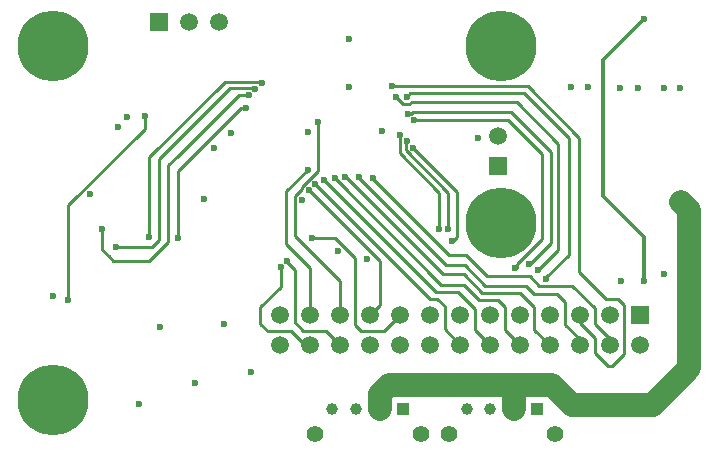
<source format=gbl>
%FSDAX24Y24*%
%MOIN*%
%SFA1B1*%

%IPPOS*%
%ADD18R,0.039400X0.039400*%
%ADD30C,0.009800*%
%ADD34C,0.055100*%
%ADD35C,0.039400*%
%ADD36R,0.059100X0.059100*%
%ADD37C,0.059100*%
%ADD38R,0.059100X0.059100*%
%ADD39C,0.236200*%
%ADD40C,0.023600*%
%ADD51C,0.078700*%
%ADD52C,0.011800*%
%LNmsb-1*%
%LPD*%
G54D18*
X033307Y012343D03*
X037776D03*
G54D30*
X033564Y022575D02*
X037083D01*
X033519Y022530D02*
X033564Y022575D01*
X033297Y022530D02*
X033519D01*
X033071Y022756D02*
X033297Y022530D01*
X028356Y023037D02*
X028374Y023020D01*
X028565Y023246D02*
X028583Y023228D01*
X022126Y015984D02*
Y019134D01*
X024685Y021693*
Y022126*
X029409Y019606D02*
X030118Y020315D01*
X029409Y017835D02*
Y019606D01*
X030472Y020281D02*
Y021929D01*
X030669Y019969D02*
X034394Y016244D01*
X030276Y018032D02*
X031029D01*
X031191Y014482D02*
Y014675D01*
X029931Y019739D02*
X030472Y020281D01*
X029931Y019695D02*
Y019739D01*
X029685Y019449D02*
X029931Y019695D01*
X031191Y015482D02*
Y016053D01*
Y016614*
X029685Y018120D02*
X031191Y016614D01*
X029685Y018120D02*
Y019449D01*
X029409Y017835D02*
X030197Y017047D01*
Y015488D02*
Y017047D01*
X030191Y015482D02*
X030197Y015488D01*
X030713Y014961D02*
X031191Y014482D01*
X029961Y014961D02*
X030713D01*
X029685Y015236D02*
X029961Y014961D01*
X029685Y015236D02*
Y016968D01*
X029421Y017232D02*
X029685Y016968D01*
X029421Y017232D02*
Y017295D01*
X029213Y016417D02*
Y017087D01*
X028543Y015748D02*
X029213Y016417D01*
X028543Y015197D02*
Y015748D01*
Y015197D02*
X028780Y014961D01*
X029567*
X030045Y014482D02*
X030191D01*
X029567Y014961D02*
X030045Y014482D01*
X031029Y018032D02*
X031693Y017367D01*
Y015157D02*
X031890Y014961D01*
X032669D02*
X033191Y015482D01*
X031693Y015157D02*
Y017367D01*
X031890Y014961D02*
X032669D01*
X030157Y019646D02*
X032520Y017283D01*
X032191Y015482D02*
X032520Y015811D01*
Y017283*
X030366Y019854D02*
X034191Y016030D01*
X034394Y016244D02*
X034429D01*
X033396Y021254D02*
X033413Y021272D01*
X033396Y020969D02*
Y021254D01*
Y020969D02*
X034803Y019562D01*
Y018346D02*
Y019562D01*
X033622Y021063D02*
X035098Y019587D01*
X033187Y021463D02*
X033204Y021481D01*
X033187Y020868D02*
Y021463D01*
Y020868D02*
X034508Y019547D01*
Y018346D02*
Y019547D01*
X035098Y018091D02*
Y019587D01*
X034921Y017953D02*
X034961D01*
X035098Y018091*
X025787Y018031D02*
Y018189D01*
Y020276*
X027887Y022376D02*
X028050D01*
X025787Y020276D02*
X027887Y022376D01*
X024843Y018071D02*
Y020733D01*
X024921Y017756D02*
X025157Y017992D01*
Y020668*
X027355Y023246D02*
X028565D01*
X024843Y020733D02*
X027355Y023246D01*
X025157Y020668D02*
X027526Y023037D01*
X038819Y017480D02*
Y021378D01*
X037323Y022874D02*
X038819Y021378D01*
X033701Y022874D02*
X037323D01*
X033701D02*
D01*
X033543D02*
X033701D01*
X033425Y022756D02*
X033543Y022874D01*
X028148Y022828D02*
X028165Y022811D01*
X027828Y022828D02*
X028148D01*
X025472Y017927D02*
Y020472D01*
X024829Y017283D02*
X025472Y017927D01*
X023646Y017283D02*
X024829D01*
X027526Y023037D02*
X027626D01*
X028356*
X023740Y017756D02*
X024921D01*
X023489Y017441D02*
X023646Y017283D01*
X023268Y017662D02*
X023489Y017441D01*
X025787Y020787D02*
X027828Y022828D01*
X025472Y020472D02*
X025787Y020787D01*
X023268Y017662D02*
Y018346D01*
X032923Y023100D02*
X037451D01*
X039173Y021378*
Y016929D02*
Y021378D01*
X034191Y016030D02*
X034443D01*
X034685Y015000D02*
Y015787D01*
Y015000D02*
X035191Y014494D01*
Y014482D02*
Y014494D01*
X034443Y016030D02*
X034685Y015787D01*
X038191Y014482D02*
Y014526D01*
X031024Y020032D02*
X034563Y016493D01*
X036693Y014980D02*
X037191Y014482D01*
X031378Y020079D02*
X031395D01*
X034634Y016839*
X034394Y016244D02*
X035134D01*
X035709Y015669*
Y014965D02*
Y015669D01*
Y014965D02*
X036191Y014482D01*
X036693Y014980D02*
Y015748D01*
X036457Y015984D02*
X036693Y015748D01*
X035823Y015984D02*
X036457D01*
X034563Y016493D02*
X035315D01*
X035823Y015984*
X037677Y014996D02*
X038191Y014482D01*
X037677Y014996D02*
Y015748D01*
X037205Y016220D02*
X037677Y015748D01*
X035945Y016220D02*
X037205D01*
X034634Y016839D02*
X035236D01*
X035326*
X035945Y016220*
X039173Y016929D02*
X040079Y016024D01*
X040472*
X040669Y015827*
Y014173D02*
Y015827D01*
X040276Y013780D02*
X040669Y014173D01*
X039685Y014213D02*
Y014724D01*
X039191Y015218D02*
X039685Y014724D01*
X039191Y015218D02*
Y015482D01*
X040118Y013780D02*
X040276D01*
X039685Y014213D02*
X040118Y013780D01*
X032283Y020025D02*
Y020039D01*
Y020025D02*
X034835Y017473D01*
X035401*
X037835Y016457D02*
X038937D01*
X039685Y015709*
Y015197D02*
Y015709D01*
Y015197D02*
X040191Y014691D01*
Y014482D02*
Y014691D01*
X031828Y020063D02*
Y020096D01*
Y020063D02*
X034745Y017146D01*
X035354*
X036044Y016457*
X037402*
X037677Y016181*
X038425*
X038701Y015906*
Y015157D02*
Y015906D01*
Y015157D02*
X039191Y014667D01*
Y014482D02*
Y014667D01*
X037922Y018001D02*
Y020857D01*
X036811Y021969D02*
X037922Y020857D01*
X033661Y021969D02*
X036811D01*
X036890Y022244D02*
X038228Y020906D01*
X033617Y022244D02*
X036890D01*
X033550Y022177D02*
X033617Y022244D01*
X033453Y022177D02*
X033550D01*
X037042Y017057D02*
X037097D01*
Y017176*
X037922Y018001*
X038228Y017874D02*
Y020906D01*
X037480Y017165D02*
X037520D01*
X038228Y017874*
X035401Y017473D02*
X036102Y016772D01*
X037520*
X037835Y016457*
X037874Y017047D02*
X038465Y017638D01*
Y021193*
X037083Y022575D02*
X038465Y021193D01*
X038071Y016732D02*
X038819Y017480D01*
X038071Y016693D02*
Y016732D01*
G54D34*
X033898Y011516D03*
X030354D03*
X038366D03*
X034823D03*
G54D35*
X032520Y012343D03*
X031732D03*
X030945D03*
X036988D03*
X036201D03*
X035413D03*
G54D36*
X025148Y025236D03*
X041191Y015482D03*
G54D37*
X026148Y025236D03*
X027148D03*
X036476Y021443D03*
X029191Y014482D03*
Y015482D03*
X030191Y014482D03*
Y015482D03*
X031191Y014482D03*
Y015482D03*
X032191Y014482D03*
Y015482D03*
X033191Y014482D03*
Y015482D03*
X034191Y014482D03*
Y015482D03*
X035191Y014482D03*
Y015482D03*
X036191Y014482D03*
Y015482D03*
X037191Y014482D03*
Y015482D03*
X038191Y014482D03*
Y015482D03*
X039191Y014482D03*
Y015482D03*
X040191Y014482D03*
Y015482D03*
X041191Y014482D03*
G54D38*
X036476Y020443D03*
G54D39*
X021614Y024449D03*
X036575D03*
Y018543D03*
X021614Y012638D03*
G54D40*
X021142Y013465D03*
X020787Y013110D03*
X020669Y012638D03*
X020787Y012165D03*
X021142Y011811D03*
X021614Y011693D03*
X022087Y011811D03*
X022441Y012165D03*
X022559Y012638D03*
X022441Y013110D03*
X022087Y013465D03*
X021614Y013583D03*
X036102Y019370D03*
X035748Y019016D03*
X035630Y018543D03*
X035748Y018071D03*
X036102Y017717D03*
X036575Y017598D03*
X037047Y017717D03*
X037402Y018071D03*
X037520Y018543D03*
X037402Y019016D03*
X037047Y019370D03*
X036575Y019488D03*
X036102Y025276D03*
X035748Y024921D03*
X035630Y024449D03*
X035748Y023976D03*
X036102Y023622D03*
X036575Y023504D03*
X037047Y023622D03*
X037402Y023976D03*
X037520Y024449D03*
X037402Y024921D03*
X037047Y025276D03*
X036575Y025394D03*
X021142Y025276D03*
X020787Y024921D03*
X020669Y024449D03*
X020787Y023976D03*
X021142Y023622D03*
X021614Y023504D03*
X022087Y023622D03*
X022441Y023976D03*
X022559Y024449D03*
X022441Y024921D03*
X022087Y025276D03*
X021614Y025394D03*
X033425Y022756D03*
X041117Y023061D03*
X040517D03*
X038898Y023071D03*
X039449D03*
X042520Y023031D03*
X042008D03*
Y016850D03*
X041339Y025354D03*
X026378Y013228D03*
X028228Y013583D03*
X021614Y016102D03*
X022874Y019528D03*
X028583Y023228D03*
X028374Y023020D03*
X025787Y018031D03*
X028165Y022811D03*
X022126Y015984D03*
X024685Y022126D03*
X023780Y021732D03*
X024094Y022087D03*
X026654Y019331D03*
X030118Y021575D03*
X027559Y021535D03*
X027008Y021063D03*
X029921Y019311D03*
X032923Y023100D03*
X033071Y022756D03*
X031142Y017598D03*
X029421Y017295D03*
X030118Y020315D03*
X030472Y021929D03*
X030157Y019646D03*
X030276Y018032D03*
X030366Y019854D03*
X030669Y019969D03*
X031024Y020032D03*
X031378Y020079D03*
X031828Y020096D03*
X032283Y020039D03*
X032087Y017362D03*
X033453Y022177D03*
X035787Y021378D03*
X031496Y023071D03*
Y024695D03*
X042559Y019449D03*
X042362Y019252D03*
X042638Y019173D03*
X040551Y016614D03*
X041339D03*
X029213Y017087D03*
X033661Y021969D03*
X033622Y021063D03*
X033413Y021272D03*
X033204Y021481D03*
X034803Y018346D03*
X034508D03*
X034921Y017953D03*
X032598Y021614D03*
X028050Y022376D03*
X024843Y018071D03*
X023740Y017756D03*
X023268Y018346D03*
X027323Y015197D03*
X037042Y017057D03*
X037480Y017165D03*
X037795Y016968D03*
X038071Y016693D03*
X024488Y012524D03*
X025197Y015079D03*
G54D51*
X036988Y012343D02*
Y013130D01*
X032520Y012343D02*
Y012835D01*
X032835Y013150*
X038268*
X038937Y012480*
X041614*
X042835Y013701*
Y018976*
X042559Y019252D02*
X042835Y018976D01*
G54D52*
X041339Y016614D02*
Y018071D01*
X039961Y023976D02*
X041339Y025354D01*
X039961Y019449D02*
X041339Y018071D01*
X039961Y019449D02*
Y023976D01*
M02*
</source>
